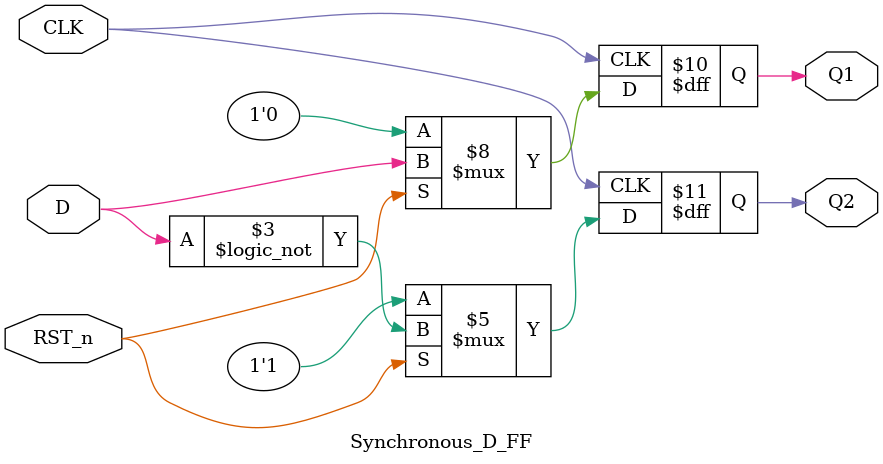
<source format=v>

module Synchronous_D_FF(
	input CLK,
	input D,
	input RST_n,
	output reg Q1,
	output reg Q2
	);

always @(posedge CLK) begin
	if(!RST_n) begin
		Q1=0;
		Q2=1;
	end
	else begin
        Q1 = D;
        Q2 = !Q1;
	end
end

endmodule
</source>
